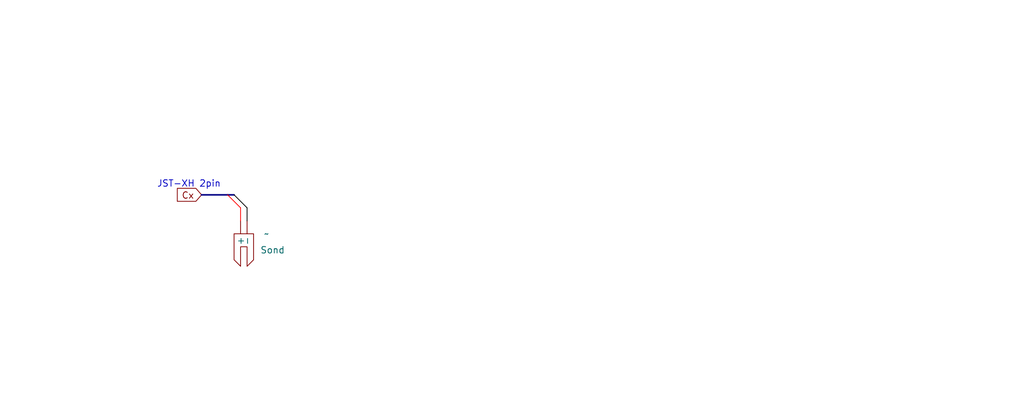
<source format=kicad_sch>
(kicad_sch (version 20230121) (generator eeschema)
  (paper "User" 200 80.01)
  (title_block (title "Mokro - Moisture sensor") (company "Mokro Hub") (comment 1 "Created by Jan Hendrych"))
  (lib_symbols
    (symbol "global_lib:Moisture_sensor"
      (property "Reference" "R" (at 6.35 0 0))
      (symbol "Moisture_sensor_0_1"
        (polyline (pts (xy 0 0) (xy 0 -5.08) (xy 1.27 -6.35) (xy 1.27 -2.54) (xy 2.54 -2.54) (xy 2.54 -6.35) (xy 3.81 -5.08) (xy 3.81 0) (xy 0 0)))
      )
      (symbol "Moisture_sensor_1_1"
        (pin bidirectional line (at 1.27 2.54 270) (length 2.54) (name "+") (number ""))
        (pin bidirectional line (at 2.54 2.54 270) (length 2.54) (name "-") (number ""))
      )
    )
  )
  (bus_entry (at 44.45 38.1) (size 2.54 2.54) (stroke (width 0) (color 255 0 0 1)))
  (bus_entry (at 45.72 38.1) (size 2.54 2.54) (stroke (width 0) (color 0 0 0 1)))
  (bus (pts (xy 39.37 38.1) (xy 44.45 38.1)))
  (bus (pts (xy 44.45 38.1) (xy 45.72 38.1)))
  (wire (pts (xy 48.26 40.64) (xy 48.26 43.18)) (stroke (width 0) (color 0 0 0 1)))
  (wire (pts (xy 46.99 40.64) (xy 46.99 43.18)) (stroke (width 0) (color 255 0 0 1)))
  (text "JST-XH 2pin" (at 43.18 36.83 0) (effects (font (size 1.27 1.27)) (justify right bottom)))
  (global_label "Cx" (shape input) (at 39.37 38.1 180) (property "Intersheetrefs" "${INTERSHEET_REFS}" (effects hide)))
  (symbol (lib_id "global_lib:Moisture_sensor") (at 45.72 45.72 0) (unit 1)
    (property "Reference" "Sond" (at 50.8 48.895 0) (effects (justify left)))
    (property "Value" "~" (at 52.07 45.72 0))
  )
)
</source>
